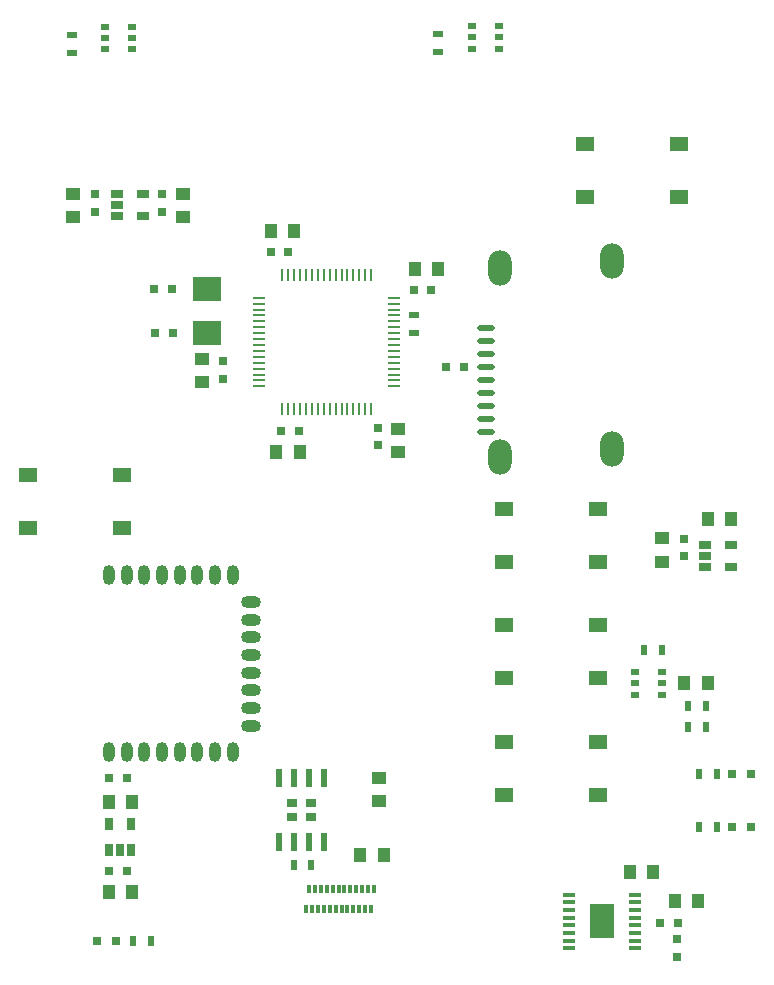
<source format=gbr>
G04 #@! TF.GenerationSoftware,KiCad,Pcbnew,(5.0.2)-1*
G04 #@! TF.CreationDate,2018-12-24T13:58:37+01:00*
G04 #@! TF.ProjectId,NeuralRobot,4e657572-616c-4526-9f62-6f742e6b6963,rev?*
G04 #@! TF.SameCoordinates,Original*
G04 #@! TF.FileFunction,Paste,Top*
G04 #@! TF.FilePolarity,Positive*
%FSLAX46Y46*%
G04 Gerber Fmt 4.6, Leading zero omitted, Abs format (unit mm)*
G04 Created by KiCad (PCBNEW (5.0.2)-1) date 24. 12. 2018 13:58:37*
%MOMM*%
%LPD*%
G01*
G04 APERTURE LIST*
%ADD10O,1.500000X0.500000*%
%ADD11O,2.000000X3.000000*%
%ADD12R,0.800000X0.800000*%
%ADD13O,1.000000X1.700000*%
%ADD14O,1.700000X1.000000*%
%ADD15R,0.800000X0.750000*%
%ADD16R,0.750000X0.800000*%
%ADD17R,1.250000X1.000000*%
%ADD18R,1.000000X1.250000*%
%ADD19R,0.960000X0.720000*%
%ADD20R,0.600000X1.550000*%
%ADD21R,1.550000X1.300000*%
%ADD22R,0.300000X0.700000*%
%ADD23R,1.060000X0.650000*%
%ADD24R,0.250000X1.000000*%
%ADD25R,1.000000X0.250000*%
%ADD26R,0.500000X0.900000*%
%ADD27R,0.900000X0.500000*%
%ADD28R,0.700000X0.510000*%
%ADD29R,0.650000X1.060000*%
%ADD30R,2.040000X3.000000*%
%ADD31R,1.050000X0.450000*%
%ADD32R,2.400000X2.000000*%
G04 APERTURE END LIST*
D10*
G04 #@! TO.C,microSD1*
X185000000Y-104350000D03*
X185000000Y-103250000D03*
X185000000Y-102150000D03*
X185000000Y-101050000D03*
X185000000Y-99950000D03*
X185000000Y-96650000D03*
X185000000Y-97750000D03*
X185000000Y-105450000D03*
X185000000Y-98850000D03*
D11*
X186200000Y-107550000D03*
X195700000Y-106850000D03*
X195700000Y-90900000D03*
X186200000Y-91500000D03*
G04 #@! TD*
D12*
G04 #@! TO.C,BLUETOOTH1*
X153675001Y-148475001D03*
X152075001Y-148475001D03*
G04 #@! TD*
D13*
G04 #@! TO.C,BT1*
X162100000Y-132500000D03*
X163600000Y-132500000D03*
X160600000Y-132500000D03*
X159100000Y-132500000D03*
X157600000Y-132500000D03*
X156100000Y-132500000D03*
X154600000Y-132500000D03*
X153100000Y-132500000D03*
X163600000Y-117500000D03*
X162100000Y-117500000D03*
X160600000Y-117500000D03*
X159100000Y-117500000D03*
X157600000Y-117500000D03*
X156100000Y-117500000D03*
X154600000Y-117500000D03*
X153100000Y-117500000D03*
D14*
X165100000Y-130300000D03*
X165100000Y-128800000D03*
X165100000Y-127300000D03*
X165100000Y-125800000D03*
X165100000Y-124300000D03*
X165100000Y-122800000D03*
X165100000Y-121300000D03*
X165100000Y-119800000D03*
G04 #@! TD*
D15*
G04 #@! TO.C,C1*
X168300000Y-90150000D03*
X166800000Y-90150000D03*
G04 #@! TD*
G04 #@! TO.C,C2*
X167700000Y-105350000D03*
X169200000Y-105350000D03*
G04 #@! TD*
D16*
G04 #@! TO.C,C3*
X175850000Y-105050000D03*
X175850000Y-106550000D03*
G04 #@! TD*
D15*
G04 #@! TO.C,C4*
X180400000Y-93400000D03*
X178900000Y-93400000D03*
G04 #@! TD*
G04 #@! TO.C,C37*
X158450000Y-93350000D03*
X156950000Y-93350000D03*
G04 #@! TD*
G04 #@! TO.C,C38*
X157000000Y-97050000D03*
X158500000Y-97050000D03*
G04 #@! TD*
D17*
G04 #@! TO.C,C39*
X161000000Y-99200000D03*
X161000000Y-101200000D03*
G04 #@! TD*
D16*
G04 #@! TO.C,C40*
X162800000Y-100900000D03*
X162800000Y-99400000D03*
G04 #@! TD*
D18*
G04 #@! TO.C,C41*
X153100000Y-136750000D03*
X155100000Y-136750000D03*
G04 #@! TD*
D15*
G04 #@! TO.C,C42*
X154600000Y-134700000D03*
X153100000Y-134700000D03*
G04 #@! TD*
D17*
G04 #@! TO.C,C43*
X150100000Y-85250000D03*
X150100000Y-87250000D03*
G04 #@! TD*
D18*
G04 #@! TO.C,C44*
X168800000Y-88400000D03*
X166800000Y-88400000D03*
G04 #@! TD*
G04 #@! TO.C,C45*
X169250000Y-107100000D03*
X167250000Y-107100000D03*
G04 #@! TD*
D16*
G04 #@! TO.C,C46*
X151950000Y-85250000D03*
X151950000Y-86750000D03*
G04 #@! TD*
D15*
G04 #@! TO.C,C47*
X153100000Y-142550000D03*
X154600000Y-142550000D03*
G04 #@! TD*
D18*
G04 #@! TO.C,C48*
X153100000Y-144350000D03*
X155100000Y-144350000D03*
G04 #@! TD*
D16*
G04 #@! TO.C,C49*
X157600000Y-86750000D03*
X157600000Y-85250000D03*
G04 #@! TD*
D17*
G04 #@! TO.C,C50*
X177550000Y-107150000D03*
X177550000Y-105150000D03*
G04 #@! TD*
G04 #@! TO.C,C51*
X159400000Y-87250000D03*
X159400000Y-85250000D03*
G04 #@! TD*
D18*
G04 #@! TO.C,C52*
X179000000Y-91600000D03*
X181000000Y-91600000D03*
G04 #@! TD*
D17*
G04 #@! TO.C,C53*
X176000000Y-136700000D03*
X176000000Y-134700000D03*
G04 #@! TD*
D18*
G04 #@! TO.C,C54*
X197200000Y-142700000D03*
X199200000Y-142700000D03*
G04 #@! TD*
D15*
G04 #@! TO.C,C55*
X199750000Y-146950000D03*
X201250000Y-146950000D03*
G04 #@! TD*
D18*
G04 #@! TO.C,C56*
X205800000Y-112800000D03*
X203800000Y-112800000D03*
G04 #@! TD*
G04 #@! TO.C,C57*
X203000000Y-145150000D03*
X201000000Y-145150000D03*
G04 #@! TD*
D16*
G04 #@! TO.C,C58*
X201200000Y-149850000D03*
X201200000Y-148350000D03*
G04 #@! TD*
D15*
G04 #@! TO.C,C59*
X183150000Y-99900000D03*
X181650000Y-99900000D03*
G04 #@! TD*
D18*
G04 #@! TO.C,C60*
X201800000Y-126700000D03*
X203800000Y-126700000D03*
G04 #@! TD*
D16*
G04 #@! TO.C,C61*
X201800000Y-115950000D03*
X201800000Y-114450000D03*
G04 #@! TD*
D17*
G04 #@! TO.C,C62*
X199900000Y-114400000D03*
X199900000Y-116400000D03*
G04 #@! TD*
D18*
G04 #@! TO.C,C63*
X176400000Y-141200000D03*
X174400000Y-141200000D03*
G04 #@! TD*
D19*
G04 #@! TO.C,CHARGER1*
X168600000Y-138000000D03*
X170200000Y-138000000D03*
X168600000Y-136800000D03*
X170200000Y-136800000D03*
D20*
X167495000Y-134700000D03*
X168765000Y-134700000D03*
X170035000Y-134700000D03*
X171305000Y-134700000D03*
X171305000Y-140100000D03*
X170035000Y-140100000D03*
X168765000Y-140100000D03*
X167495000Y-140100000D03*
G04 #@! TD*
D21*
G04 #@! TO.C,DOWN1*
X194480000Y-136150000D03*
X194480000Y-131650000D03*
X186520000Y-131650000D03*
X186520000Y-136150000D03*
G04 #@! TD*
D22*
G04 #@! TO.C,J3*
X169800000Y-145830000D03*
X170300000Y-145830000D03*
X170800000Y-145830000D03*
X171300000Y-145830000D03*
X171800000Y-145830000D03*
X172300000Y-145830000D03*
X172800000Y-145830000D03*
X173300000Y-145830000D03*
X173800000Y-145830000D03*
X174300000Y-145830000D03*
X174800000Y-145830000D03*
X175300000Y-145830000D03*
X175050000Y-144130000D03*
X173550000Y-144130000D03*
X174050000Y-144130000D03*
X174550000Y-144130000D03*
X175550000Y-144130000D03*
X173050000Y-144130000D03*
X172550000Y-144130000D03*
X172050000Y-144130000D03*
X171550000Y-144130000D03*
X171050000Y-144130000D03*
X170550000Y-144130000D03*
X170050000Y-144130000D03*
G04 #@! TD*
D23*
G04 #@! TO.C,LDO1*
X155950000Y-85250000D03*
X155950000Y-87150000D03*
X153750000Y-87150000D03*
X153750000Y-86200000D03*
X153750000Y-85250000D03*
G04 #@! TD*
D12*
G04 #@! TO.C,LEARN1*
X207500000Y-138900000D03*
X205900000Y-138900000D03*
G04 #@! TD*
D24*
G04 #@! TO.C,MCU1*
X167800000Y-92100000D03*
X168300000Y-92100000D03*
X168800000Y-92100000D03*
X169300000Y-92100000D03*
X169800000Y-92100000D03*
X170300000Y-92100000D03*
X170800000Y-92100000D03*
X171300000Y-92100000D03*
X171800000Y-92100000D03*
X172300000Y-92100000D03*
X172800000Y-92100000D03*
X173300000Y-92100000D03*
X173800000Y-92100000D03*
X174300000Y-92100000D03*
X174800000Y-92100000D03*
X175300000Y-92100000D03*
D25*
X177250000Y-94050000D03*
X177250000Y-94550000D03*
X177250000Y-95050000D03*
X177250000Y-95550000D03*
X177250000Y-96050000D03*
X177250000Y-96550000D03*
X177250000Y-97050000D03*
X177250000Y-97550000D03*
X177250000Y-98050000D03*
X177250000Y-98550000D03*
X177250000Y-99050000D03*
X177250000Y-99550000D03*
X177250000Y-100050000D03*
X177250000Y-100550000D03*
X177250000Y-101050000D03*
X177250000Y-101550000D03*
D24*
X175300000Y-103500000D03*
X174800000Y-103500000D03*
X174300000Y-103500000D03*
X173800000Y-103500000D03*
X173300000Y-103500000D03*
X172800000Y-103500000D03*
X172300000Y-103500000D03*
X171800000Y-103500000D03*
X171300000Y-103500000D03*
X170800000Y-103500000D03*
X170300000Y-103500000D03*
X169800000Y-103500000D03*
X169300000Y-103500000D03*
X168800000Y-103500000D03*
X168300000Y-103500000D03*
X167800000Y-103500000D03*
D25*
X165850000Y-101550000D03*
X165850000Y-101050000D03*
X165850000Y-100550000D03*
X165850000Y-100050000D03*
X165850000Y-99550000D03*
X165850000Y-99050000D03*
X165850000Y-98550000D03*
X165850000Y-98050000D03*
X165850000Y-97550000D03*
X165850000Y-97050000D03*
X165850000Y-96550000D03*
X165850000Y-96050000D03*
X165850000Y-95550000D03*
X165850000Y-95050000D03*
X165850000Y-94550000D03*
X165850000Y-94050000D03*
G04 #@! TD*
D21*
G04 #@! TO.C,OK1*
X194480000Y-126250000D03*
X194480000Y-121750000D03*
X186520000Y-121750000D03*
X186520000Y-126250000D03*
G04 #@! TD*
G04 #@! TO.C,POWER1*
X154180000Y-109050000D03*
X154180000Y-113550000D03*
X146220000Y-113550000D03*
X146220000Y-109050000D03*
G04 #@! TD*
D26*
G04 #@! TO.C,R1*
X170250000Y-142100000D03*
X168750000Y-142100000D03*
G04 #@! TD*
G04 #@! TO.C,R2*
X198450000Y-123900000D03*
X199950000Y-123900000D03*
G04 #@! TD*
G04 #@! TO.C,R3*
X203650000Y-130400000D03*
X202150000Y-130400000D03*
G04 #@! TD*
G04 #@! TO.C,R4*
X203650000Y-128600000D03*
X202150000Y-128600000D03*
G04 #@! TD*
D27*
G04 #@! TO.C,R5*
X178900000Y-97050000D03*
X178900000Y-95550000D03*
G04 #@! TD*
D26*
G04 #@! TO.C,R6*
X155150000Y-148500000D03*
X156650000Y-148500000D03*
G04 #@! TD*
G04 #@! TO.C,R7*
X203050000Y-134400000D03*
X204550000Y-134400000D03*
G04 #@! TD*
G04 #@! TO.C,R8*
X204550000Y-138900000D03*
X203050000Y-138900000D03*
G04 #@! TD*
D27*
G04 #@! TO.C,R9*
X181000000Y-73250000D03*
X181000000Y-71750000D03*
G04 #@! TD*
G04 #@! TO.C,R10*
X150020622Y-71789797D03*
X150020622Y-73289797D03*
G04 #@! TD*
D21*
G04 #@! TO.C,RESET1*
X201380000Y-85550000D03*
X201380000Y-81050000D03*
X193420000Y-81050000D03*
X193420000Y-85550000D03*
G04 #@! TD*
D12*
G04 #@! TO.C,RUN1*
X207500000Y-134400000D03*
X205900000Y-134400000D03*
G04 #@! TD*
D28*
G04 #@! TO.C,U1*
X186160000Y-71050000D03*
X186160000Y-72000000D03*
X186160000Y-72950000D03*
X183840000Y-72950000D03*
X183840000Y-72000000D03*
X183840000Y-71050000D03*
G04 #@! TD*
G04 #@! TO.C,U2*
X155080622Y-71089797D03*
X155080622Y-72039797D03*
X155080622Y-72989797D03*
X152760622Y-72989797D03*
X152760622Y-72039797D03*
X152760622Y-71089797D03*
G04 #@! TD*
D29*
G04 #@! TO.C,U9*
X153100000Y-140800000D03*
X154050000Y-140800000D03*
X155000000Y-140800000D03*
X155000000Y-138600000D03*
X153100000Y-138600000D03*
G04 #@! TD*
D30*
G04 #@! TO.C,U10*
X194850000Y-146850000D03*
D31*
X197625000Y-144575000D03*
X197625000Y-145225000D03*
X197625000Y-145875000D03*
X197625000Y-146525000D03*
X197625000Y-147175000D03*
X197625000Y-147825000D03*
X197625000Y-148475000D03*
X197625000Y-149125000D03*
X192075000Y-149125000D03*
X192075000Y-148475000D03*
X192075000Y-147825000D03*
X192075000Y-147175000D03*
X192075000Y-146525000D03*
X192075000Y-145875000D03*
X192075000Y-145225000D03*
X192075000Y-144575000D03*
G04 #@! TD*
D23*
G04 #@! TO.C,U11*
X205800000Y-114950000D03*
X205800000Y-116850000D03*
X203600000Y-116850000D03*
X203600000Y-115900000D03*
X203600000Y-114950000D03*
G04 #@! TD*
D28*
G04 #@! TO.C,U12*
X197640000Y-125750000D03*
X197640000Y-126700000D03*
X197640000Y-127650000D03*
X199960000Y-127650000D03*
X199960000Y-126700000D03*
X199960000Y-125750000D03*
G04 #@! TD*
D21*
G04 #@! TO.C,UP1*
X186520000Y-116450000D03*
X186520000Y-111950000D03*
X194480000Y-111950000D03*
X194480000Y-116450000D03*
G04 #@! TD*
D32*
G04 #@! TO.C,Y1*
X161400000Y-93350000D03*
X161400000Y-97050000D03*
G04 #@! TD*
M02*

</source>
